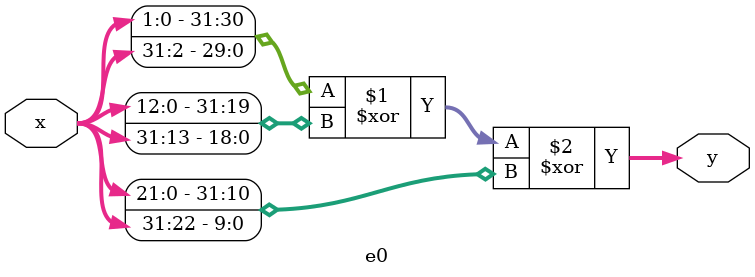
<source format=v>
module e0 (x, y);
	input [31:0] x;
	output [31:0] y;
	assign y = {x[1:0],x[31:2]} ^ {x[12:0],x[31:13]} ^ {x[21:0],x[31:22]};
endmodule
</source>
